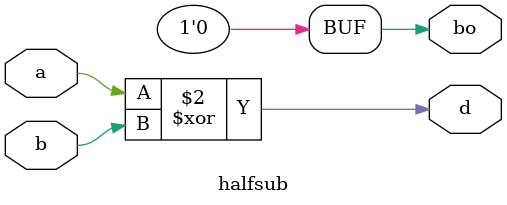
<source format=v>
`timescale 1ns / 1ps
module halfsub(
    input a,b,
    output d,bo
    );
	 wire p;
	 assign p=~a;
	 assign d=a^b;
	 assign bo=a&p;
	 
	 


endmodule

</source>
